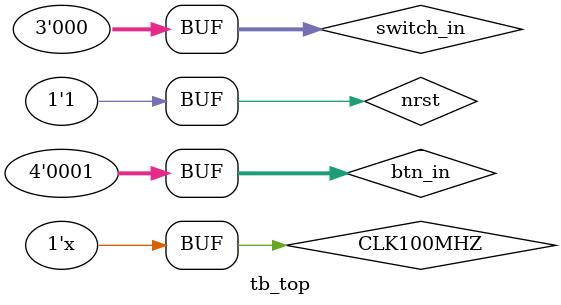
<source format=v>
`timescale 1ns / 1ps


module tb_top();

	reg CLK100MHZ, nrst;
	wire UART_TX;
	
	reg [3:0] btn_in;
	reg [2:0] switch_in;
	wire [3:0] LED_out;

	top TOP(
		.CLK100MHZ(CLK100MHZ),
		.nrst(nrst),
		.btn_in(btn_in),
		.switch_in(switch_in),
		.LED_out(LED_out),
		.UART_TX(UART_TX)
	);

	always
		#5 CLK100MHZ = ~CLK100MHZ;

	initial begin
		CLK100MHZ = 0;
		nrst = 0;
		btn_in = 4'b0;
		switch_in = 3'b0;
		

		#100 nrst = 1;
		
		#1000 btn_in[0] = ~btn_in[0];
		#4 btn_in[0] = ~btn_in[0];
		#3 btn_in[0] = ~btn_in[0];
		#5 btn_in[0] = ~btn_in[0];
		#10 btn_in[0] = ~btn_in[0];
		#10 btn_in[0] = ~btn_in[0];
		#10 btn_in[0] = ~btn_in[0];
		#10 btn_in[0] = ~btn_in[0];
		#10 btn_in[0] = ~btn_in[0];

		/*#2100
		#500
		btn_in = 4'b0001;
		#10000
		btn_in = 4'b0;
		#30000
		switch_in = 3'b001;
		#10000
		switch_in = 3'b0;
		*/
		
	end
endmodule
</source>
